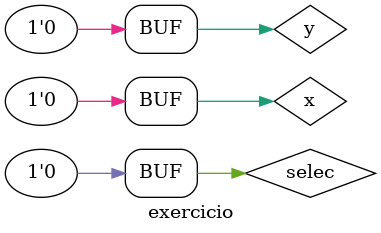
<source format=v>
/*
 
 Nome : Diego Da Siva Ferreira
 Matricula : 71 06 78

  NOTA: mux simplificado atraves da tabela verdade (metodo de karnaugh);


*/

/*selec = 1 = or;
 *selec = 0 = nor */ 
module mux (output s, input x , y, z);

	assign s = (~x & ~y & ~z) | (x & z) | (y & z);

endmodule

module exercicio;

	reg x , y, selec;
	wire s;

	mux novo (s  , x , y, selec);
	
	initial
	begin : main

		x = 1'b0; y = 1'b0; selec = 1'b1;

		$display("x y selec saida");
		$monitor("%1b %1b   %1b     %1b" , x , y, selec, s);

		#1  x = 1'b1; y = 1'b0; selec = 1'b1;
		#1  x = 1'b0; y = 1'b1; selec = 1'b0;
		#1  x = 1'b0; y = 1'b0; selec = 1'b0;
	
	end//main
endmodule//exercicio
/*

x y selec saida
0 0   1     0
1 0   1     1
0 1   0     0
0 0   0     1

*/

</source>
